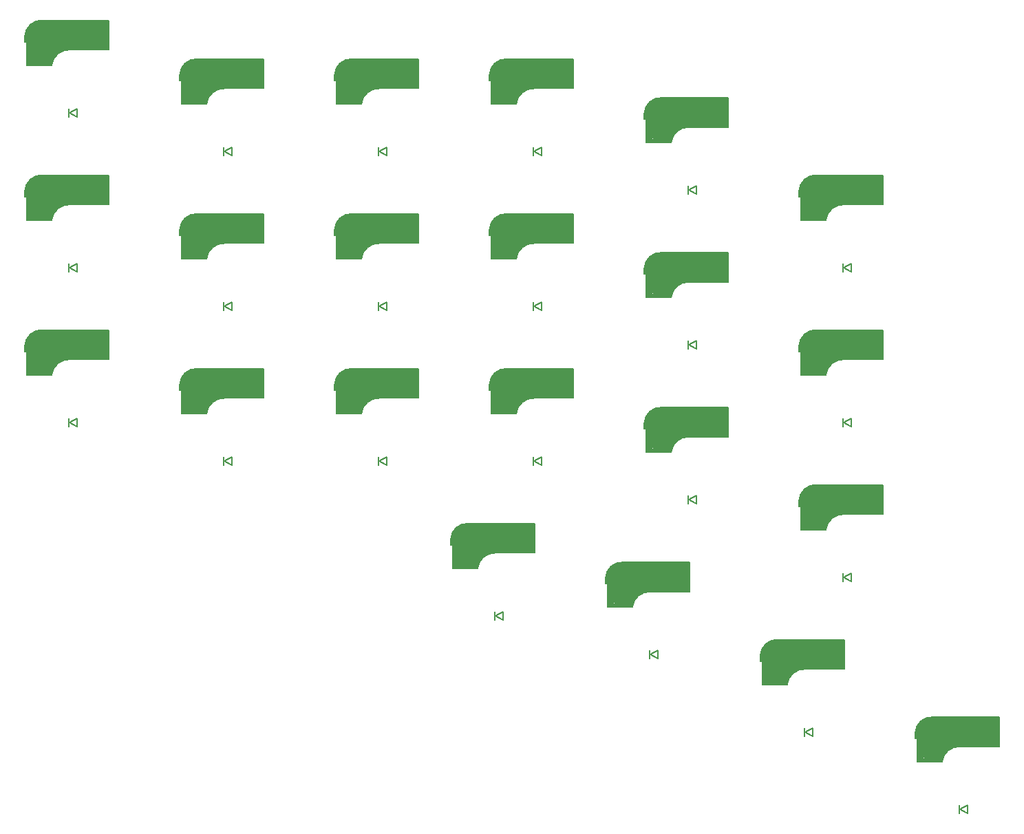
<source format=gbo>
%TF.GenerationSoftware,KiCad,Pcbnew,(7.0.0)*%
%TF.CreationDate,2023-04-23T18:46:31+09:00*%
%TF.ProjectId,mysplit44_pcb_l,6d797370-6c69-4743-9434-5f7063625f6c,rev?*%
%TF.SameCoordinates,Original*%
%TF.FileFunction,Legend,Bot*%
%TF.FilePolarity,Positive*%
%FSLAX46Y46*%
G04 Gerber Fmt 4.6, Leading zero omitted, Abs format (unit mm)*
G04 Created by KiCad (PCBNEW (7.0.0)) date 2023-04-23 18:46:31*
%MOMM*%
%LPD*%
G01*
G04 APERTURE LIST*
%ADD10C,0.150000*%
%ADD11C,0.300000*%
%ADD12C,0.500000*%
%ADD13C,0.800000*%
%ADD14C,3.000000*%
%ADD15C,3.500000*%
%ADD16C,1.000000*%
%ADD17C,0.400000*%
G04 APERTURE END LIST*
D10*
%TO.C,SW6*%
X117925000Y-45306250D02*
X117925000Y-46056250D01*
X117925000Y-46056250D02*
X118125000Y-46056250D01*
D11*
X118025000Y-45956250D02*
X118025000Y-45306250D01*
D10*
X118175000Y-44456250D02*
X118175000Y-48906250D01*
X118175000Y-48906250D02*
X121205000Y-48906250D01*
D12*
X118375000Y-48706250D02*
X120825000Y-48706250D01*
D13*
X118525000Y-48406250D02*
X118525000Y-46606251D01*
D14*
X119655000Y-44906250D02*
X119655000Y-47146250D01*
D10*
X123425000Y-47006250D02*
X128225000Y-47006250D01*
D15*
X126425000Y-45206250D02*
X119725000Y-45206250D01*
D16*
X127725000Y-44006250D02*
X127725000Y-46506250D01*
D12*
X128025000Y-46756250D02*
X126725000Y-46706250D01*
D17*
X128075000Y-43606250D02*
X126825000Y-43606250D01*
D10*
X128205000Y-46006250D02*
X128205000Y-43756250D01*
X128225000Y-43406250D02*
X120024999Y-43406250D01*
X128225000Y-47006250D02*
X128225000Y-43406250D01*
X120024999Y-43406249D02*
G75*
G03*
X117925000Y-45306251I-100000J-1999999D01*
G01*
D16*
X123025000Y-46606250D02*
G75*
G03*
X120808682Y-48484779I-65001J-2169999D01*
G01*
D10*
X123425000Y-47006250D02*
G75*
G03*
X121208682Y-48884779I-65001J-2169999D01*
G01*
%TO.C,SW8*%
X41725000Y-50068750D02*
X41725000Y-50818750D01*
X41725000Y-50818750D02*
X41925000Y-50818750D01*
D11*
X41825000Y-50718750D02*
X41825000Y-50068750D01*
D10*
X41975000Y-49218750D02*
X41975000Y-53668750D01*
X41975000Y-53668750D02*
X45005000Y-53668750D01*
D12*
X42175000Y-53468750D02*
X44625000Y-53468750D01*
D13*
X42325000Y-53168750D02*
X42325000Y-51368751D01*
D14*
X43455000Y-49668750D02*
X43455000Y-51908750D01*
D10*
X47225000Y-51768750D02*
X52025000Y-51768750D01*
D15*
X50225000Y-49968750D02*
X43525000Y-49968750D01*
D16*
X51525000Y-48768750D02*
X51525000Y-51268750D01*
D12*
X51825000Y-51518750D02*
X50525000Y-51468750D01*
D17*
X51875000Y-48368750D02*
X50625000Y-48368750D01*
D10*
X52005000Y-50768750D02*
X52005000Y-48518750D01*
X52025000Y-48168750D02*
X43824999Y-48168750D01*
X52025000Y-51768750D02*
X52025000Y-48168750D01*
X43824999Y-48168749D02*
G75*
G03*
X41725000Y-50068751I-100000J-1999999D01*
G01*
D16*
X46825000Y-51368750D02*
G75*
G03*
X44608682Y-53247279I-65001J-2169999D01*
G01*
D10*
X47225000Y-51768750D02*
G75*
G03*
X45008682Y-53647279I-65001J-2169999D01*
G01*
%TO.C,SW18*%
X117925000Y-83406250D02*
X117925000Y-84156250D01*
X117925000Y-84156250D02*
X118125000Y-84156250D01*
D11*
X118025000Y-84056250D02*
X118025000Y-83406250D01*
D10*
X118175000Y-82556250D02*
X118175000Y-87006250D01*
X118175000Y-87006250D02*
X121205000Y-87006250D01*
D12*
X118375000Y-86806250D02*
X120825000Y-86806250D01*
D13*
X118525000Y-86506250D02*
X118525000Y-84706251D01*
D14*
X119655000Y-83006250D02*
X119655000Y-85246250D01*
D10*
X123425000Y-85106250D02*
X128225000Y-85106250D01*
D15*
X126425000Y-83306250D02*
X119725000Y-83306250D01*
D16*
X127725000Y-82106250D02*
X127725000Y-84606250D01*
D12*
X128025000Y-84856250D02*
X126725000Y-84806250D01*
D17*
X128075000Y-81706250D02*
X126825000Y-81706250D01*
D10*
X128205000Y-84106250D02*
X128205000Y-81856250D01*
X128225000Y-81506250D02*
X120024999Y-81506250D01*
X128225000Y-85106250D02*
X128225000Y-81506250D01*
X120024999Y-81506249D02*
G75*
G03*
X117925000Y-83406251I-100000J-1999999D01*
G01*
D16*
X123025000Y-84706250D02*
G75*
G03*
X120808682Y-86584779I-65001J-2169999D01*
G01*
D10*
X123425000Y-85106250D02*
G75*
G03*
X121208682Y-86984779I-65001J-2169999D01*
G01*
%TO.C,SW21*%
X113162500Y-102456250D02*
X113162500Y-103206250D01*
X113162500Y-103206250D02*
X113362500Y-103206250D01*
D11*
X113262500Y-103106250D02*
X113262500Y-102456250D01*
D10*
X113412500Y-101606250D02*
X113412500Y-106056250D01*
X113412500Y-106056250D02*
X116442500Y-106056250D01*
D12*
X113612500Y-105856250D02*
X116062500Y-105856250D01*
D13*
X113762500Y-105556250D02*
X113762500Y-103756251D01*
D14*
X114892500Y-102056250D02*
X114892500Y-104296250D01*
D10*
X118662500Y-104156250D02*
X123462500Y-104156250D01*
D15*
X121662500Y-102356250D02*
X114962500Y-102356250D01*
D16*
X122962500Y-101156250D02*
X122962500Y-103656250D01*
D12*
X123262500Y-103906250D02*
X121962500Y-103856250D01*
D17*
X123312500Y-100756250D02*
X122062500Y-100756250D01*
D10*
X123442500Y-103156250D02*
X123442500Y-100906250D01*
X123462500Y-100556250D02*
X115262499Y-100556250D01*
X123462500Y-104156250D02*
X123462500Y-100556250D01*
X115262499Y-100556249D02*
G75*
G03*
X113162500Y-102456251I-100000J-1999999D01*
G01*
D16*
X118262500Y-103756250D02*
G75*
G03*
X116046182Y-105634779I-65001J-2169999D01*
G01*
D10*
X118662500Y-104156250D02*
G75*
G03*
X116446182Y-106034779I-65001J-2169999D01*
G01*
%TO.C,SW22*%
X132212500Y-111981250D02*
X132212500Y-112731250D01*
X132212500Y-112731250D02*
X132412500Y-112731250D01*
D11*
X132312500Y-112631250D02*
X132312500Y-111981250D01*
D10*
X132462500Y-111131250D02*
X132462500Y-115581250D01*
X132462500Y-115581250D02*
X135492500Y-115581250D01*
D12*
X132662500Y-115381250D02*
X135112500Y-115381250D01*
D13*
X132812500Y-115081250D02*
X132812500Y-113281251D01*
D14*
X133942500Y-111581250D02*
X133942500Y-113821250D01*
D10*
X137712500Y-113681250D02*
X142512500Y-113681250D01*
D15*
X140712500Y-111881250D02*
X134012500Y-111881250D01*
D16*
X142012500Y-110681250D02*
X142012500Y-113181250D01*
D12*
X142312500Y-113431250D02*
X141012500Y-113381250D01*
D17*
X142362500Y-110281250D02*
X141112500Y-110281250D01*
D10*
X142492500Y-112681250D02*
X142492500Y-110431250D01*
X142512500Y-110081250D02*
X134312499Y-110081250D01*
X142512500Y-113681250D02*
X142512500Y-110081250D01*
X134312499Y-110081249D02*
G75*
G03*
X132212500Y-111981251I-100000J-1999999D01*
G01*
D16*
X137312500Y-113281250D02*
G75*
G03*
X135096182Y-115159779I-65001J-2169999D01*
G01*
D10*
X137712500Y-113681250D02*
G75*
G03*
X135496182Y-115559779I-65001J-2169999D01*
G01*
%TO.C,SW17*%
X98875000Y-73881250D02*
X98875000Y-74631250D01*
X98875000Y-74631250D02*
X99075000Y-74631250D01*
D11*
X98975000Y-74531250D02*
X98975000Y-73881250D01*
D10*
X99125000Y-73031250D02*
X99125000Y-77481250D01*
X99125000Y-77481250D02*
X102155000Y-77481250D01*
D12*
X99325000Y-77281250D02*
X101775000Y-77281250D01*
D13*
X99475000Y-76981250D02*
X99475000Y-75181251D01*
D14*
X100605000Y-73481250D02*
X100605000Y-75721250D01*
D10*
X104375000Y-75581250D02*
X109175000Y-75581250D01*
D15*
X107375000Y-73781250D02*
X100675000Y-73781250D01*
D16*
X108675000Y-72581250D02*
X108675000Y-75081250D01*
D12*
X108975000Y-75331250D02*
X107675000Y-75281250D01*
D17*
X109025000Y-72181250D02*
X107775000Y-72181250D01*
D10*
X109155000Y-74581250D02*
X109155000Y-72331250D01*
X109175000Y-71981250D02*
X100974999Y-71981250D01*
X109175000Y-75581250D02*
X109175000Y-71981250D01*
X100974999Y-71981249D02*
G75*
G03*
X98875000Y-73881251I-100000J-1999999D01*
G01*
D16*
X103975000Y-75181250D02*
G75*
G03*
X101758682Y-77059779I-65001J-2169999D01*
G01*
D10*
X104375000Y-75581250D02*
G75*
G03*
X102158682Y-77459779I-65001J-2169999D01*
G01*
%TO.C,SW19*%
X75062500Y-88168750D02*
X75062500Y-88918750D01*
X75062500Y-88918750D02*
X75262500Y-88918750D01*
D11*
X75162500Y-88818750D02*
X75162500Y-88168750D01*
D10*
X75312500Y-87318750D02*
X75312500Y-91768750D01*
X75312500Y-91768750D02*
X78342500Y-91768750D01*
D12*
X75512500Y-91568750D02*
X77962500Y-91568750D01*
D13*
X75662500Y-91268750D02*
X75662500Y-89468751D01*
D14*
X76792500Y-87768750D02*
X76792500Y-90008750D01*
D10*
X80562500Y-89868750D02*
X85362500Y-89868750D01*
D15*
X83562500Y-88068750D02*
X76862500Y-88068750D01*
D16*
X84862500Y-86868750D02*
X84862500Y-89368750D01*
D12*
X85162500Y-89618750D02*
X83862500Y-89568750D01*
D17*
X85212500Y-86468750D02*
X83962500Y-86468750D01*
D10*
X85342500Y-88868750D02*
X85342500Y-86618750D01*
X85362500Y-86268750D02*
X77162499Y-86268750D01*
X85362500Y-89868750D02*
X85362500Y-86268750D01*
X77162499Y-86268749D02*
G75*
G03*
X75062500Y-88168751I-100000J-1999999D01*
G01*
D16*
X80162500Y-89468750D02*
G75*
G03*
X77946182Y-91347279I-65001J-2169999D01*
G01*
D10*
X80562500Y-89868750D02*
G75*
G03*
X78346182Y-91747279I-65001J-2169999D01*
G01*
%TO.C,SW1*%
X22675000Y-26256250D02*
X22675000Y-27006250D01*
X22675000Y-27006250D02*
X22875000Y-27006250D01*
D11*
X22775000Y-26906250D02*
X22775000Y-26256250D01*
D10*
X22925000Y-25406250D02*
X22925000Y-29856250D01*
X22925000Y-29856250D02*
X25955000Y-29856250D01*
D12*
X23125000Y-29656250D02*
X25575000Y-29656250D01*
D13*
X23275000Y-29356250D02*
X23275000Y-27556251D01*
D14*
X24405000Y-25856250D02*
X24405000Y-28096250D01*
D10*
X28175000Y-27956250D02*
X32975000Y-27956250D01*
D15*
X31175000Y-26156250D02*
X24475000Y-26156250D01*
D16*
X32475000Y-24956250D02*
X32475000Y-27456250D01*
D12*
X32775000Y-27706250D02*
X31475000Y-27656250D01*
D17*
X32825000Y-24556250D02*
X31575000Y-24556250D01*
D10*
X32955000Y-26956250D02*
X32955000Y-24706250D01*
X32975000Y-24356250D02*
X24774999Y-24356250D01*
X32975000Y-27956250D02*
X32975000Y-24356250D01*
X24774999Y-24356249D02*
G75*
G03*
X22675000Y-26256251I-100000J-1999999D01*
G01*
D16*
X27775000Y-27556250D02*
G75*
G03*
X25558682Y-29434779I-65001J-2169999D01*
G01*
D10*
X28175000Y-27956250D02*
G75*
G03*
X25958682Y-29834779I-65001J-2169999D01*
G01*
%TO.C,SW3*%
X60775000Y-31018750D02*
X60775000Y-31768750D01*
X60775000Y-31768750D02*
X60975000Y-31768750D01*
D11*
X60875000Y-31668750D02*
X60875000Y-31018750D01*
D10*
X61025000Y-30168750D02*
X61025000Y-34618750D01*
X61025000Y-34618750D02*
X64055000Y-34618750D01*
D12*
X61225000Y-34418750D02*
X63675000Y-34418750D01*
D13*
X61375000Y-34118750D02*
X61375000Y-32318751D01*
D14*
X62505000Y-30618750D02*
X62505000Y-32858750D01*
D10*
X66275000Y-32718750D02*
X71075000Y-32718750D01*
D15*
X69275000Y-30918750D02*
X62575000Y-30918750D01*
D16*
X70575000Y-29718750D02*
X70575000Y-32218750D01*
D12*
X70875000Y-32468750D02*
X69575000Y-32418750D01*
D17*
X70925000Y-29318750D02*
X69675000Y-29318750D01*
D10*
X71055000Y-31718750D02*
X71055000Y-29468750D01*
X71075000Y-29118750D02*
X62874999Y-29118750D01*
X71075000Y-32718750D02*
X71075000Y-29118750D01*
X62874999Y-29118749D02*
G75*
G03*
X60775000Y-31018751I-100000J-1999999D01*
G01*
D16*
X65875000Y-32318750D02*
G75*
G03*
X63658682Y-34197279I-65001J-2169999D01*
G01*
D10*
X66275000Y-32718750D02*
G75*
G03*
X64058682Y-34597279I-65001J-2169999D01*
G01*
%TO.C,SW14*%
X41725000Y-69118750D02*
X41725000Y-69868750D01*
X41725000Y-69868750D02*
X41925000Y-69868750D01*
D11*
X41825000Y-69768750D02*
X41825000Y-69118750D01*
D10*
X41975000Y-68268750D02*
X41975000Y-72718750D01*
X41975000Y-72718750D02*
X45005000Y-72718750D01*
D12*
X42175000Y-72518750D02*
X44625000Y-72518750D01*
D13*
X42325000Y-72218750D02*
X42325000Y-70418751D01*
D14*
X43455000Y-68718750D02*
X43455000Y-70958750D01*
D10*
X47225000Y-70818750D02*
X52025000Y-70818750D01*
D15*
X50225000Y-69018750D02*
X43525000Y-69018750D01*
D16*
X51525000Y-67818750D02*
X51525000Y-70318750D01*
D12*
X51825000Y-70568750D02*
X50525000Y-70518750D01*
D17*
X51875000Y-67418750D02*
X50625000Y-67418750D01*
D10*
X52005000Y-69818750D02*
X52005000Y-67568750D01*
X52025000Y-67218750D02*
X43824999Y-67218750D01*
X52025000Y-70818750D02*
X52025000Y-67218750D01*
X43824999Y-67218749D02*
G75*
G03*
X41725000Y-69118751I-100000J-1999999D01*
G01*
D16*
X46825000Y-70418750D02*
G75*
G03*
X44608682Y-72297279I-65001J-2169999D01*
G01*
D10*
X47225000Y-70818750D02*
G75*
G03*
X45008682Y-72697279I-65001J-2169999D01*
G01*
%TO.C,SW10*%
X79825000Y-50068750D02*
X79825000Y-50818750D01*
X79825000Y-50818750D02*
X80025000Y-50818750D01*
D11*
X79925000Y-50718750D02*
X79925000Y-50068750D01*
D10*
X80075000Y-49218750D02*
X80075000Y-53668750D01*
X80075000Y-53668750D02*
X83105000Y-53668750D01*
D12*
X80275000Y-53468750D02*
X82725000Y-53468750D01*
D13*
X80425000Y-53168750D02*
X80425000Y-51368751D01*
D14*
X81555000Y-49668750D02*
X81555000Y-51908750D01*
D10*
X85325000Y-51768750D02*
X90125000Y-51768750D01*
D15*
X88325000Y-49968750D02*
X81625000Y-49968750D01*
D16*
X89625000Y-48768750D02*
X89625000Y-51268750D01*
D12*
X89925000Y-51518750D02*
X88625000Y-51468750D01*
D17*
X89975000Y-48368750D02*
X88725000Y-48368750D01*
D10*
X90105000Y-50768750D02*
X90105000Y-48518750D01*
X90125000Y-48168750D02*
X81924999Y-48168750D01*
X90125000Y-51768750D02*
X90125000Y-48168750D01*
X81924999Y-48168749D02*
G75*
G03*
X79825000Y-50068751I-100000J-1999999D01*
G01*
D16*
X84925000Y-51368750D02*
G75*
G03*
X82708682Y-53247279I-65001J-2169999D01*
G01*
D10*
X85325000Y-51768750D02*
G75*
G03*
X83108682Y-53647279I-65001J-2169999D01*
G01*
%TO.C,SW16*%
X79825000Y-69118750D02*
X79825000Y-69868750D01*
X79825000Y-69868750D02*
X80025000Y-69868750D01*
D11*
X79925000Y-69768750D02*
X79925000Y-69118750D01*
D10*
X80075000Y-68268750D02*
X80075000Y-72718750D01*
X80075000Y-72718750D02*
X83105000Y-72718750D01*
D12*
X80275000Y-72518750D02*
X82725000Y-72518750D01*
D13*
X80425000Y-72218750D02*
X80425000Y-70418751D01*
D14*
X81555000Y-68718750D02*
X81555000Y-70958750D01*
D10*
X85325000Y-70818750D02*
X90125000Y-70818750D01*
D15*
X88325000Y-69018750D02*
X81625000Y-69018750D01*
D16*
X89625000Y-67818750D02*
X89625000Y-70318750D01*
D12*
X89925000Y-70568750D02*
X88625000Y-70518750D01*
D17*
X89975000Y-67418750D02*
X88725000Y-67418750D01*
D10*
X90105000Y-69818750D02*
X90105000Y-67568750D01*
X90125000Y-67218750D02*
X81924999Y-67218750D01*
X90125000Y-70818750D02*
X90125000Y-67218750D01*
X81924999Y-67218749D02*
G75*
G03*
X79825000Y-69118751I-100000J-1999999D01*
G01*
D16*
X84925000Y-70418750D02*
G75*
G03*
X82708682Y-72297279I-65001J-2169999D01*
G01*
D10*
X85325000Y-70818750D02*
G75*
G03*
X83108682Y-72697279I-65001J-2169999D01*
G01*
%TO.C,SW5*%
X98875000Y-35781250D02*
X98875000Y-36531250D01*
X98875000Y-36531250D02*
X99075000Y-36531250D01*
D11*
X98975000Y-36431250D02*
X98975000Y-35781250D01*
D10*
X99125000Y-34931250D02*
X99125000Y-39381250D01*
X99125000Y-39381250D02*
X102155000Y-39381250D01*
D12*
X99325000Y-39181250D02*
X101775000Y-39181250D01*
D13*
X99475000Y-38881250D02*
X99475000Y-37081251D01*
D14*
X100605000Y-35381250D02*
X100605000Y-37621250D01*
D10*
X104375000Y-37481250D02*
X109175000Y-37481250D01*
D15*
X107375000Y-35681250D02*
X100675000Y-35681250D01*
D16*
X108675000Y-34481250D02*
X108675000Y-36981250D01*
D12*
X108975000Y-37231250D02*
X107675000Y-37181250D01*
D17*
X109025000Y-34081250D02*
X107775000Y-34081250D01*
D10*
X109155000Y-36481250D02*
X109155000Y-34231250D01*
X109175000Y-33881250D02*
X100974999Y-33881250D01*
X109175000Y-37481250D02*
X109175000Y-33881250D01*
X100974999Y-33881249D02*
G75*
G03*
X98875000Y-35781251I-100000J-1999999D01*
G01*
D16*
X103975000Y-37081250D02*
G75*
G03*
X101758682Y-38959779I-65001J-2169999D01*
G01*
D10*
X104375000Y-37481250D02*
G75*
G03*
X102158682Y-39359779I-65001J-2169999D01*
G01*
%TO.C,SW20*%
X94112500Y-92931250D02*
X94112500Y-93681250D01*
X94112500Y-93681250D02*
X94312500Y-93681250D01*
D11*
X94212500Y-93581250D02*
X94212500Y-92931250D01*
D10*
X94362500Y-92081250D02*
X94362500Y-96531250D01*
X94362500Y-96531250D02*
X97392500Y-96531250D01*
D12*
X94562500Y-96331250D02*
X97012500Y-96331250D01*
D13*
X94712500Y-96031250D02*
X94712500Y-94231251D01*
D14*
X95842500Y-92531250D02*
X95842500Y-94771250D01*
D10*
X99612500Y-94631250D02*
X104412500Y-94631250D01*
D15*
X102612500Y-92831250D02*
X95912500Y-92831250D01*
D16*
X103912500Y-91631250D02*
X103912500Y-94131250D01*
D12*
X104212500Y-94381250D02*
X102912500Y-94331250D01*
D17*
X104262500Y-91231250D02*
X103012500Y-91231250D01*
D10*
X104392500Y-93631250D02*
X104392500Y-91381250D01*
X104412500Y-91031250D02*
X96212499Y-91031250D01*
X104412500Y-94631250D02*
X104412500Y-91031250D01*
X96212499Y-91031249D02*
G75*
G03*
X94112500Y-92931251I-100000J-1999999D01*
G01*
D16*
X99212500Y-94231250D02*
G75*
G03*
X96996182Y-96109779I-65001J-2169999D01*
G01*
D10*
X99612500Y-94631250D02*
G75*
G03*
X97396182Y-96509779I-65001J-2169999D01*
G01*
%TO.C,SW11*%
X98875000Y-54831250D02*
X98875000Y-55581250D01*
X98875000Y-55581250D02*
X99075000Y-55581250D01*
D11*
X98975000Y-55481250D02*
X98975000Y-54831250D01*
D10*
X99125000Y-53981250D02*
X99125000Y-58431250D01*
X99125000Y-58431250D02*
X102155000Y-58431250D01*
D12*
X99325000Y-58231250D02*
X101775000Y-58231250D01*
D13*
X99475000Y-57931250D02*
X99475000Y-56131251D01*
D14*
X100605000Y-54431250D02*
X100605000Y-56671250D01*
D10*
X104375000Y-56531250D02*
X109175000Y-56531250D01*
D15*
X107375000Y-54731250D02*
X100675000Y-54731250D01*
D16*
X108675000Y-53531250D02*
X108675000Y-56031250D01*
D12*
X108975000Y-56281250D02*
X107675000Y-56231250D01*
D17*
X109025000Y-53131250D02*
X107775000Y-53131250D01*
D10*
X109155000Y-55531250D02*
X109155000Y-53281250D01*
X109175000Y-52931250D02*
X100974999Y-52931250D01*
X109175000Y-56531250D02*
X109175000Y-52931250D01*
X100974999Y-52931249D02*
G75*
G03*
X98875000Y-54831251I-100000J-1999999D01*
G01*
D16*
X103975000Y-56131250D02*
G75*
G03*
X101758682Y-58009779I-65001J-2169999D01*
G01*
D10*
X104375000Y-56531250D02*
G75*
G03*
X102158682Y-58409779I-65001J-2169999D01*
G01*
%TO.C,SW9*%
X60775000Y-50068750D02*
X60775000Y-50818750D01*
X60775000Y-50818750D02*
X60975000Y-50818750D01*
D11*
X60875000Y-50718750D02*
X60875000Y-50068750D01*
D10*
X61025000Y-49218750D02*
X61025000Y-53668750D01*
X61025000Y-53668750D02*
X64055000Y-53668750D01*
D12*
X61225000Y-53468750D02*
X63675000Y-53468750D01*
D13*
X61375000Y-53168750D02*
X61375000Y-51368751D01*
D14*
X62505000Y-49668750D02*
X62505000Y-51908750D01*
D10*
X66275000Y-51768750D02*
X71075000Y-51768750D01*
D15*
X69275000Y-49968750D02*
X62575000Y-49968750D01*
D16*
X70575000Y-48768750D02*
X70575000Y-51268750D01*
D12*
X70875000Y-51518750D02*
X69575000Y-51468750D01*
D17*
X70925000Y-48368750D02*
X69675000Y-48368750D01*
D10*
X71055000Y-50768750D02*
X71055000Y-48518750D01*
X71075000Y-48168750D02*
X62874999Y-48168750D01*
X71075000Y-51768750D02*
X71075000Y-48168750D01*
X62874999Y-48168749D02*
G75*
G03*
X60775000Y-50068751I-100000J-1999999D01*
G01*
D16*
X65875000Y-51368750D02*
G75*
G03*
X63658682Y-53247279I-65001J-2169999D01*
G01*
D10*
X66275000Y-51768750D02*
G75*
G03*
X64058682Y-53647279I-65001J-2169999D01*
G01*
%TO.C,SW12*%
X117925000Y-64356250D02*
X117925000Y-65106250D01*
X117925000Y-65106250D02*
X118125000Y-65106250D01*
D11*
X118025000Y-65006250D02*
X118025000Y-64356250D01*
D10*
X118175000Y-63506250D02*
X118175000Y-67956250D01*
X118175000Y-67956250D02*
X121205000Y-67956250D01*
D12*
X118375000Y-67756250D02*
X120825000Y-67756250D01*
D13*
X118525000Y-67456250D02*
X118525000Y-65656251D01*
D14*
X119655000Y-63956250D02*
X119655000Y-66196250D01*
D10*
X123425000Y-66056250D02*
X128225000Y-66056250D01*
D15*
X126425000Y-64256250D02*
X119725000Y-64256250D01*
D16*
X127725000Y-63056250D02*
X127725000Y-65556250D01*
D12*
X128025000Y-65806250D02*
X126725000Y-65756250D01*
D17*
X128075000Y-62656250D02*
X126825000Y-62656250D01*
D10*
X128205000Y-65056250D02*
X128205000Y-62806250D01*
X128225000Y-62456250D02*
X120024999Y-62456250D01*
X128225000Y-66056250D02*
X128225000Y-62456250D01*
X120024999Y-62456249D02*
G75*
G03*
X117925000Y-64356251I-100000J-1999999D01*
G01*
D16*
X123025000Y-65656250D02*
G75*
G03*
X120808682Y-67534779I-65001J-2169999D01*
G01*
D10*
X123425000Y-66056250D02*
G75*
G03*
X121208682Y-67934779I-65001J-2169999D01*
G01*
%TO.C,SW4*%
X79825000Y-31018750D02*
X79825000Y-31768750D01*
X79825000Y-31768750D02*
X80025000Y-31768750D01*
D11*
X79925000Y-31668750D02*
X79925000Y-31018750D01*
D10*
X80075000Y-30168750D02*
X80075000Y-34618750D01*
X80075000Y-34618750D02*
X83105000Y-34618750D01*
D12*
X80275000Y-34418750D02*
X82725000Y-34418750D01*
D13*
X80425000Y-34118750D02*
X80425000Y-32318751D01*
D14*
X81555000Y-30618750D02*
X81555000Y-32858750D01*
D10*
X85325000Y-32718750D02*
X90125000Y-32718750D01*
D15*
X88325000Y-30918750D02*
X81625000Y-30918750D01*
D16*
X89625000Y-29718750D02*
X89625000Y-32218750D01*
D12*
X89925000Y-32468750D02*
X88625000Y-32418750D01*
D17*
X89975000Y-29318750D02*
X88725000Y-29318750D01*
D10*
X90105000Y-31718750D02*
X90105000Y-29468750D01*
X90125000Y-29118750D02*
X81924999Y-29118750D01*
X90125000Y-32718750D02*
X90125000Y-29118750D01*
X81924999Y-29118749D02*
G75*
G03*
X79825000Y-31018751I-100000J-1999999D01*
G01*
D16*
X84925000Y-32318750D02*
G75*
G03*
X82708682Y-34197279I-65001J-2169999D01*
G01*
D10*
X85325000Y-32718750D02*
G75*
G03*
X83108682Y-34597279I-65001J-2169999D01*
G01*
%TO.C,SW13*%
X22675000Y-64356250D02*
X22675000Y-65106250D01*
X22675000Y-65106250D02*
X22875000Y-65106250D01*
D11*
X22775000Y-65006250D02*
X22775000Y-64356250D01*
D10*
X22925000Y-63506250D02*
X22925000Y-67956250D01*
X22925000Y-67956250D02*
X25955000Y-67956250D01*
D12*
X23125000Y-67756250D02*
X25575000Y-67756250D01*
D13*
X23275000Y-67456250D02*
X23275000Y-65656251D01*
D14*
X24405000Y-63956250D02*
X24405000Y-66196250D01*
D10*
X28175000Y-66056250D02*
X32975000Y-66056250D01*
D15*
X31175000Y-64256250D02*
X24475000Y-64256250D01*
D16*
X32475000Y-63056250D02*
X32475000Y-65556250D01*
D12*
X32775000Y-65806250D02*
X31475000Y-65756250D01*
D17*
X32825000Y-62656250D02*
X31575000Y-62656250D01*
D10*
X32955000Y-65056250D02*
X32955000Y-62806250D01*
X32975000Y-62456250D02*
X24774999Y-62456250D01*
X32975000Y-66056250D02*
X32975000Y-62456250D01*
X24774999Y-62456249D02*
G75*
G03*
X22675000Y-64356251I-100000J-1999999D01*
G01*
D16*
X27775000Y-65656250D02*
G75*
G03*
X25558682Y-67534779I-65001J-2169999D01*
G01*
D10*
X28175000Y-66056250D02*
G75*
G03*
X25958682Y-67934779I-65001J-2169999D01*
G01*
%TO.C,SW15*%
X60775000Y-69118750D02*
X60775000Y-69868750D01*
X60775000Y-69868750D02*
X60975000Y-69868750D01*
D11*
X60875000Y-69768750D02*
X60875000Y-69118750D01*
D10*
X61025000Y-68268750D02*
X61025000Y-72718750D01*
X61025000Y-72718750D02*
X64055000Y-72718750D01*
D12*
X61225000Y-72518750D02*
X63675000Y-72518750D01*
D13*
X61375000Y-72218750D02*
X61375000Y-70418751D01*
D14*
X62505000Y-68718750D02*
X62505000Y-70958750D01*
D10*
X66275000Y-70818750D02*
X71075000Y-70818750D01*
D15*
X69275000Y-69018750D02*
X62575000Y-69018750D01*
D16*
X70575000Y-67818750D02*
X70575000Y-70318750D01*
D12*
X70875000Y-70568750D02*
X69575000Y-70518750D01*
D17*
X70925000Y-67418750D02*
X69675000Y-67418750D01*
D10*
X71055000Y-69818750D02*
X71055000Y-67568750D01*
X71075000Y-67218750D02*
X62874999Y-67218750D01*
X71075000Y-70818750D02*
X71075000Y-67218750D01*
X62874999Y-67218749D02*
G75*
G03*
X60775000Y-69118751I-100000J-1999999D01*
G01*
D16*
X65875000Y-70418750D02*
G75*
G03*
X63658682Y-72297279I-65001J-2169999D01*
G01*
D10*
X66275000Y-70818750D02*
G75*
G03*
X64058682Y-72697279I-65001J-2169999D01*
G01*
%TO.C,SW7*%
X22675000Y-45306250D02*
X22675000Y-46056250D01*
X22675000Y-46056250D02*
X22875000Y-46056250D01*
D11*
X22775000Y-45956250D02*
X22775000Y-45306250D01*
D10*
X22925000Y-44456250D02*
X22925000Y-48906250D01*
X22925000Y-48906250D02*
X25955000Y-48906250D01*
D12*
X23125000Y-48706250D02*
X25575000Y-48706250D01*
D13*
X23275000Y-48406250D02*
X23275000Y-46606251D01*
D14*
X24405000Y-44906250D02*
X24405000Y-47146250D01*
D10*
X28175000Y-47006250D02*
X32975000Y-47006250D01*
D15*
X31175000Y-45206250D02*
X24475000Y-45206250D01*
D16*
X32475000Y-44006250D02*
X32475000Y-46506250D01*
D12*
X32775000Y-46756250D02*
X31475000Y-46706250D01*
D17*
X32825000Y-43606250D02*
X31575000Y-43606250D01*
D10*
X32955000Y-46006250D02*
X32955000Y-43756250D01*
X32975000Y-43406250D02*
X24774999Y-43406250D01*
X32975000Y-47006250D02*
X32975000Y-43406250D01*
X24774999Y-43406249D02*
G75*
G03*
X22675000Y-45306251I-100000J-1999999D01*
G01*
D16*
X27775000Y-46606250D02*
G75*
G03*
X25558682Y-48484779I-65001J-2169999D01*
G01*
D10*
X28175000Y-47006250D02*
G75*
G03*
X25958682Y-48884779I-65001J-2169999D01*
G01*
%TO.C,SW2*%
X41725000Y-31018750D02*
X41725000Y-31768750D01*
X41725000Y-31768750D02*
X41925000Y-31768750D01*
D11*
X41825000Y-31668750D02*
X41825000Y-31018750D01*
D10*
X41975000Y-30168750D02*
X41975000Y-34618750D01*
X41975000Y-34618750D02*
X45005000Y-34618750D01*
D12*
X42175000Y-34418750D02*
X44625000Y-34418750D01*
D13*
X42325000Y-34118750D02*
X42325000Y-32318751D01*
D14*
X43455000Y-30618750D02*
X43455000Y-32858750D01*
D10*
X47225000Y-32718750D02*
X52025000Y-32718750D01*
D15*
X50225000Y-30918750D02*
X43525000Y-30918750D01*
D16*
X51525000Y-29718750D02*
X51525000Y-32218750D01*
D12*
X51825000Y-32468750D02*
X50525000Y-32418750D01*
D17*
X51875000Y-29318750D02*
X50625000Y-29318750D01*
D10*
X52005000Y-31718750D02*
X52005000Y-29468750D01*
X52025000Y-29118750D02*
X43824999Y-29118750D01*
X52025000Y-32718750D02*
X52025000Y-29118750D01*
X43824999Y-29118749D02*
G75*
G03*
X41725000Y-31018751I-100000J-1999999D01*
G01*
D16*
X46825000Y-32318750D02*
G75*
G03*
X44608682Y-34197279I-65001J-2169999D01*
G01*
D10*
X47225000Y-32718750D02*
G75*
G03*
X45008682Y-34597279I-65001J-2169999D01*
G01*
%TO.C,D7*%
X28075000Y-55268750D02*
X28075000Y-54268750D01*
X28175000Y-54768750D02*
X29075000Y-55268750D01*
X29075000Y-54268750D02*
X28175000Y-54768750D01*
X29075000Y-55268750D02*
X29075000Y-54268750D01*
%TO.C,D9*%
X66175000Y-60031250D02*
X66175000Y-59031250D01*
X66275000Y-59531250D02*
X67175000Y-60031250D01*
X67175000Y-59031250D02*
X66275000Y-59531250D01*
X67175000Y-60031250D02*
X67175000Y-59031250D01*
%TO.C,D4*%
X85225000Y-40981250D02*
X85225000Y-39981250D01*
X85325000Y-40481250D02*
X86225000Y-40981250D01*
X86225000Y-39981250D02*
X85325000Y-40481250D01*
X86225000Y-40981250D02*
X86225000Y-39981250D01*
%TO.C,D18*%
X123325000Y-93368750D02*
X123325000Y-92368750D01*
X123425000Y-92868750D02*
X124325000Y-93368750D01*
X124325000Y-92368750D02*
X123425000Y-92868750D01*
X124325000Y-93368750D02*
X124325000Y-92368750D01*
%TO.C,D3*%
X66175000Y-40981250D02*
X66175000Y-39981250D01*
X66275000Y-40481250D02*
X67175000Y-40981250D01*
X67175000Y-39981250D02*
X66275000Y-40481250D01*
X67175000Y-40981250D02*
X67175000Y-39981250D01*
%TO.C,D15*%
X66175000Y-79081250D02*
X66175000Y-78081250D01*
X66275000Y-78581250D02*
X67175000Y-79081250D01*
X67175000Y-78081250D02*
X66275000Y-78581250D01*
X67175000Y-79081250D02*
X67175000Y-78081250D01*
%TO.C,D16*%
X85225000Y-79081250D02*
X85225000Y-78081250D01*
X85325000Y-78581250D02*
X86225000Y-79081250D01*
X86225000Y-78081250D02*
X85325000Y-78581250D01*
X86225000Y-79081250D02*
X86225000Y-78081250D01*
%TO.C,D19*%
X80462500Y-98131250D02*
X80462500Y-97131250D01*
X80562500Y-97631250D02*
X81462500Y-98131250D01*
X81462500Y-97131250D02*
X80562500Y-97631250D01*
X81462500Y-98131250D02*
X81462500Y-97131250D01*
%TO.C,D14*%
X47125000Y-79081250D02*
X47125000Y-78081250D01*
X47225000Y-78581250D02*
X48125000Y-79081250D01*
X48125000Y-78081250D02*
X47225000Y-78581250D01*
X48125000Y-79081250D02*
X48125000Y-78081250D01*
%TO.C,D12*%
X123325000Y-74318750D02*
X123325000Y-73318750D01*
X123425000Y-73818750D02*
X124325000Y-74318750D01*
X124325000Y-73318750D02*
X123425000Y-73818750D01*
X124325000Y-74318750D02*
X124325000Y-73318750D01*
%TO.C,D17*%
X104275000Y-83843750D02*
X104275000Y-82843750D01*
X104375000Y-83343750D02*
X105275000Y-83843750D01*
X105275000Y-82843750D02*
X104375000Y-83343750D01*
X105275000Y-83843750D02*
X105275000Y-82843750D01*
%TO.C,D13*%
X28075000Y-74318750D02*
X28075000Y-73318750D01*
X28175000Y-73818750D02*
X29075000Y-74318750D01*
X29075000Y-73318750D02*
X28175000Y-73818750D01*
X29075000Y-74318750D02*
X29075000Y-73318750D01*
%TO.C,D6*%
X123325000Y-55268750D02*
X123325000Y-54268750D01*
X123425000Y-54768750D02*
X124325000Y-55268750D01*
X124325000Y-54268750D02*
X123425000Y-54768750D01*
X124325000Y-55268750D02*
X124325000Y-54268750D01*
%TO.C,D2*%
X47125000Y-40981250D02*
X47125000Y-39981250D01*
X47225000Y-40481250D02*
X48125000Y-40981250D01*
X48125000Y-39981250D02*
X47225000Y-40481250D01*
X48125000Y-40981250D02*
X48125000Y-39981250D01*
%TO.C,D20*%
X99512500Y-102893750D02*
X99512500Y-101893750D01*
X99612500Y-102393750D02*
X100512500Y-102893750D01*
X100512500Y-101893750D02*
X99612500Y-102393750D01*
X100512500Y-102893750D02*
X100512500Y-101893750D01*
%TO.C,D10*%
X85225000Y-60031250D02*
X85225000Y-59031250D01*
X85325000Y-59531250D02*
X86225000Y-60031250D01*
X86225000Y-59031250D02*
X85325000Y-59531250D01*
X86225000Y-60031250D02*
X86225000Y-59031250D01*
%TO.C,D11*%
X104275000Y-64793750D02*
X104275000Y-63793750D01*
X104375000Y-64293750D02*
X105275000Y-64793750D01*
X105275000Y-63793750D02*
X104375000Y-64293750D01*
X105275000Y-64793750D02*
X105275000Y-63793750D01*
%TO.C,D5*%
X104275000Y-45743750D02*
X104275000Y-44743750D01*
X104375000Y-45243750D02*
X105275000Y-45743750D01*
X105275000Y-44743750D02*
X104375000Y-45243750D01*
X105275000Y-45743750D02*
X105275000Y-44743750D01*
%TO.C,D8*%
X47125000Y-60031250D02*
X47125000Y-59031250D01*
X47225000Y-59531250D02*
X48125000Y-60031250D01*
X48125000Y-59031250D02*
X47225000Y-59531250D01*
X48125000Y-60031250D02*
X48125000Y-59031250D01*
%TO.C,D21*%
X118562500Y-112418750D02*
X118562500Y-111418750D01*
X118662500Y-111918750D02*
X119562500Y-112418750D01*
X119562500Y-111418750D02*
X118662500Y-111918750D01*
X119562500Y-112418750D02*
X119562500Y-111418750D01*
%TO.C,D1*%
X28075000Y-36218750D02*
X28075000Y-35218750D01*
X28175000Y-35718750D02*
X29075000Y-36218750D01*
X29075000Y-35218750D02*
X28175000Y-35718750D01*
X29075000Y-36218750D02*
X29075000Y-35218750D01*
%TO.C,D22*%
X137612500Y-121943750D02*
X137612500Y-120943750D01*
X137712500Y-121443750D02*
X138612500Y-121943750D01*
X138612500Y-120943750D02*
X137712500Y-121443750D01*
X138612500Y-121943750D02*
X138612500Y-120943750D01*
%TD*%
M02*

</source>
